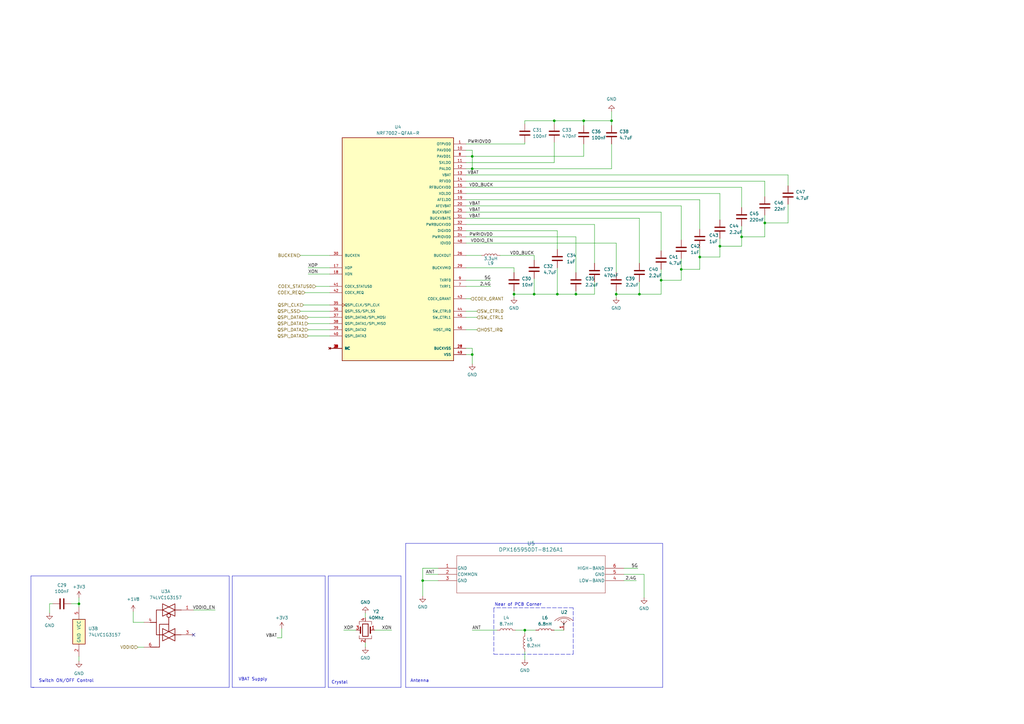
<source format=kicad_sch>
(kicad_sch (version 20230121) (generator eeschema)
  (paper "A3")
  (title_block (title "nRF7002 Schematic") (date "2024-06-07") (rev "v1.0.0") (comment 1 "Author Turgay HOPAL"))
  (lib_symbols
    (symbol "74xGxx:74LVC1G3157"
      (property "Reference" "U" (at 5.08 7.62 0))
      (property "Value" "74LVC1G3157" (at 10.16 -7.62 0))
      (symbol "74LVC1G3157_1_1"
        (polyline (pts (xy -7.62 -10.16) (xy -5.08 -10.16)) (stroke (width 0.254)) (fill (type background)))
        (polyline (pts (xy -7.62 0) (xy -5.08 0)) (stroke (width 0.254)) (fill (type background)))
        (polyline (pts (xy 0 -3.81) (xy 0 2.032)) (stroke (width 0.254)))
        (polyline (pts (xy 5.08 -5.08) (xy 2.54 -5.08)) (stroke (width 0.254)) (fill (type background)))
        (polyline (pts (xy 5.08 5.08) (xy 2.54 5.08)) (stroke (width 0.254)) (fill (type background)))
        (polyline (pts (xy -2.54 -5.08) (xy 0 -6.35) (xy -2.54 -7.62) (xy -2.54 -5.08)) (stroke (width 0.254)))
        (polyline (pts (xy -2.54 -2.54) (xy -2.54 -5.08) (xy 0 -3.81) (xy -2.54 -2.54)) (stroke (width 0.254)))
        (polyline (pts (xy -2.54 5.08) (xy 0 3.81) (xy -2.54 2.54) (xy -2.54 5.08)) (stroke (width 0.254)))
        (polyline (pts (xy -2.54 7.62) (xy 0 6.35) (xy -2.54 5.08) (xy -2.54 7.62)) (stroke (width 0.254)))
        (polyline (pts (xy 0 -0.762) (xy -3.81 -0.762) (xy -3.81 -10.16) (xy -5.08 -10.16)) (stroke (width 0.254)))
        (polyline (pts (xy 2.54 -5.08) (xy 0 -6.35) (xy 2.54 -7.62) (xy 2.54 -5.08)) (stroke (width 0.254)))
        (polyline (pts (xy 2.54 -2.54) (xy 2.54 -5.08) (xy 0 -3.81) (xy 2.54 -2.54)) (stroke (width 0.254)))
        (polyline (pts (xy 2.54 5.08) (xy 2.54 2.54) (xy 0 3.81) (xy 2.54 5.08)) (stroke (width 0.254)))
        (polyline (pts (xy 2.54 5.08) (xy 2.54 7.62) (xy 0 6.35) (xy 2.54 5.08)) (stroke (width 0.254)))
        (polyline (pts (xy -2.54 5.08) (xy -5.08 5.08) (xy -5.08 0) (xy -5.08 -5.08) (xy -2.54 -5.08)) (stroke (width 0.254)))
        (circle (center 0 2.794) (radius 0.762) (stroke (width 0.254)))
        (pin bidirectional line (at 10.16 5.08 180) (length 5.08) (name "~") (number "1"))
        (pin bidirectional line (at 10.16 -5.08 180) (length 5.08) (name "~") (number "3"))
        (pin bidirectional line (at -10.16 0 0) (length 5.08) (name "~") (number "4"))
        (pin input line (at -10.16 -10.16 0) (length 5.08) (name "~") (number "6"))
      )
      (symbol "74LVC1G3157_2_1"
        (rectangle (start -2.54 5.08) (end 2.54 -5.08) (stroke (width 0.254)) (fill (type background)))
        (pin power_in line (at 0 -10.16 90) (length 5.08) (name "GND") (number "2"))
        (pin power_in line (at 0 10.16 270) (length 5.08) (name "VCC") (number "5"))
      )
    )
    (symbol "DPX165950DT-8126A1:DPX165950DT-8126A1" (pin_names (offset 0.254))
      (property "Reference" "U" (at 38.1 10.16 0))
      (property "Value" "DPX165950DT-8126A1" (at 38.1 7.62 0))
      (symbol "DPX165950DT-8126A1_0_1"
        (polyline (pts (xy 7.62 -10.16) (xy 68.58 -10.16)) (stroke (width 0.127)))
        (polyline (pts (xy 7.62 5.08) (xy 7.62 -10.16)) (stroke (width 0.127)))
        (polyline (pts (xy 68.58 -10.16) (xy 68.58 5.08)) (stroke (width 0.127)))
        (polyline (pts (xy 68.58 5.08) (xy 7.62 5.08)) (stroke (width 0.127)))
        (pin power_in line (at 0 0 0) (length 7.62) (name "GND") (number "1"))
        (pin unspecified line (at 0 -2.54 0) (length 7.62) (name "COMMON") (number "2"))
        (pin power_in line (at 0 -5.08 0) (length 7.62) (name "GND") (number "3"))
        (pin unspecified line (at 76.2 -5.08 180) (length 7.62) (name "LOW-BAND") (number "4"))
        (pin power_in line (at 76.2 -2.54 180) (length 7.62) (name "GND") (number "5"))
        (pin unspecified line (at 76.2 0 180) (length 7.62) (name "HIGH-BAND") (number "6"))
      )
    )
    (symbol "Device:C" (pin_numbers hide) (pin_names (offset 0.254))
      (property "Reference" "C" (at 0.635 2.54 0))
      (property "Value" "C" (at 0.635 -2.54 0))
      (symbol "C_0_1"
        (polyline (pts (xy -2.032 -0.762) (xy 2.032 -0.762)) (stroke (width 0.508)))
        (polyline (pts (xy -2.032 0.762) (xy 2.032 0.762)) (stroke (width 0.508)))
      )
      (symbol "C_1_1"
        (pin passive line (at 0 3.81 270) (length 2.794) (name "~") (number "1"))
        (pin passive line (at 0 -3.81 90) (length 2.794) (name "~") (number "2"))
      )
    )
    (symbol "Device:Crystal_GND24" (pin_names (offset 1.016) hide)
      (property "Reference" "Y" (at 3.175 5.08 0))
      (property "Value" "Crystal_GND24" (at 3.175 3.175 0))
      (symbol "Crystal_GND24_0_1"
        (rectangle (start -1.143 2.54) (end 1.143 -2.54) (stroke (width 0.3048)))
        (polyline (pts (xy -2.54 0) (xy -2.032 0)))
        (polyline (pts (xy -2.032 -1.27) (xy -2.032 1.27)) (stroke (width 0.508)))
        (polyline (pts (xy 0 -3.81) (xy 0 -3.556)))
        (polyline (pts (xy 0 3.556) (xy 0 3.81)))
        (polyline (pts (xy 2.032 -1.27) (xy 2.032 1.27)) (stroke (width 0.508)))
        (polyline (pts (xy 2.032 0) (xy 2.54 0)))
        (polyline (pts (xy -2.54 -2.286) (xy -2.54 -3.556) (xy 2.54 -3.556) (xy 2.54 -2.286)))
        (polyline (pts (xy -2.54 2.286) (xy -2.54 3.556) (xy 2.54 3.556) (xy 2.54 2.286)))
      )
      (symbol "Crystal_GND24_1_1"
        (pin passive line (at -3.81 0 0) (length 1.27) (name "1") (number "1"))
        (pin passive line (at 0 5.08 270) (length 1.27) (name "2") (number "2"))
        (pin passive line (at 3.81 0 180) (length 1.27) (name "3") (number "3"))
        (pin passive line (at 0 -5.08 90) (length 1.27) (name "4") (number "4"))
      )
    )
    (symbol "Device:L" (pin_numbers hide) (pin_names (offset 1.016) hide)
      (property "Reference" "L" (at -1.27 0 90))
      (property "Value" "L" (at 1.905 0 90))
      (symbol "L_0_1"
        (arc (start 0 -2.54) (mid 0.6323 -1.905) (end 0 -1.27))
        (arc (start 0 -1.27) (mid 0.6323 -0.635) (end 0 0))
        (arc (start 0 0) (mid 0.6323 0.635) (end 0 1.27))
        (arc (start 0 1.27) (mid 0.6323 1.905) (end 0 2.54))
      )
      (symbol "L_1_1"
        (pin passive line (at 0 3.81 270) (length 1.27) (name "1") (number "1"))
        (pin passive line (at 0 -3.81 90) (length 1.27) (name "2") (number "2"))
      )
    )
    (symbol "NRF7002-QFAA-R:NRF7002-QFAA-R" (pin_names (offset 1.016))
      (property "Reference" "U" (at -22.86 46.482 0))
      (property "Value" "NRF7002-QFAA-R" (at -22.86 -48.26 0))
      (symbol "NRF7002-QFAA-R_0_0"
        (rectangle (start -22.86 -45.72) (end 22.86 45.72) (stroke (width 0.254)) (fill (type background)))
        (pin power_in line (at 27.94 43.18 180) (length 5.08) (name "OTPVDD") (number "1"))
        (pin power_in line (at 27.94 40.64 180) (length 5.08) (name "PAVDD0") (number "10"))
        (pin power_in line (at 27.94 35.56 180) (length 5.08) (name "SXLDO") (number "11"))
        (pin power_in line (at 27.94 33.02 180) (length 5.08) (name "PALDO") (number "12"))
        (pin power_in line (at 27.94 30.48 180) (length 5.08) (name "VBAT") (number "13"))
        (pin power_in line (at 27.94 27.94 180) (length 5.08) (name "RFVDD") (number "14"))
        (pin power_in line (at 27.94 25.4 180) (length 5.08) (name "RFBUCKVDD") (number "15"))
        (pin power_in line (at 27.94 22.86 180) (length 5.08) (name "XOLDO") (number "16"))
        (pin input line (at -27.94 -7.62 0) (length 5.08) (name "XOP") (number "17"))
        (pin input line (at -27.94 -10.16 0) (length 5.08) (name "XON") (number "18"))
        (pin power_in line (at 27.94 20.32 180) (length 5.08) (name "AFELDO") (number "19"))
        (pin no_connect line (at -27.94 -40.64 0) (length 5.08) (name "NC") (number "2"))
        (pin power_in line (at 27.94 17.78 180) (length 5.08) (name "AFEVBAT") (number "20"))
        (pin no_connect line (at -27.94 -40.64 0) (length 5.08) (name "NC") (number "21"))
        (pin no_connect line (at -27.94 -40.64 0) (length 5.08) (name "NC") (number "22"))
        (pin no_connect line (at -27.94 -40.64 0) (length 5.08) (name "NC") (number "23"))
        (pin no_connect line (at -27.94 -40.64 0) (length 5.08) (name "NC") (number "24"))
        (pin power_in line (at 27.94 15.24 180) (length 5.08) (name "BUCKVBAT") (number "25"))
        (pin output line (at 27.94 -2.54 180) (length 5.08) (name "BUCKOUT") (number "26"))
        (pin power_in line (at 27.94 -40.64 180) (length 5.08) (name "BUCKVSS") (number "27"))
        (pin power_in line (at 27.94 -40.64 180) (length 5.08) (name "BUCKVSS") (number "28"))
        (pin bidirectional line (at 27.94 -7.62 180) (length 5.08) (name "BUCKVMID") (number "29"))
        (pin no_connect line (at -27.94 -40.64 0) (length 5.08) (name "NC") (number "3"))
        (pin input line (at -27.94 -2.54 0) (length 5.08) (name "BUCKEN") (number "30"))
        (pin power_in line (at 27.94 12.7 180) (length 5.08) (name "BUCKVBATS") (number "31"))
        (pin power_in line (at 27.94 10.16 180) (length 5.08) (name "PWRBUCKVDD") (number "32"))
        (pin power_in line (at 27.94 7.62 180) (length 5.08) (name "DIGVDD") (number "33"))
        (pin power_in line (at 27.94 5.08 180) (length 5.08) (name "PWRIOVDD") (number "34"))
        (pin input clock (at -27.94 -22.86 0) (length 5.08) (name "QSPI_CLK/SPI_CLK") (number "35"))
        (pin input line (at -27.94 -25.4 0) (length 5.08) (name "QSPI_SS/SPI_SS") (number "36"))
        (pin bidirectional line (at -27.94 -27.94 0) (length 5.08) (name "QSPI_DATA0/SPI_MOSI") (number "37"))
        (pin bidirectional line (at -27.94 -30.48 0) (length 5.08) (name "QSPI_DATA1/SPI_MISO") (number "38"))
        (pin bidirectional line (at -27.94 -33.02 0) (length 5.08) (name "QSPI_DATA2") (number "39"))
        (pin no_connect line (at -27.94 -40.64 0) (length 5.08) (name "NC") (number "4"))
        (pin bidirectional line (at -27.94 -35.56 0) (length 5.08) (name "QSPI_DATA3") (number "40"))
        (pin input line (at -27.94 -15.24 0) (length 5.08) (name "COEX_STATUS0") (number "41"))
        (pin input line (at -27.94 -17.78 0) (length 5.08) (name "COEX_REQ") (number "42"))
        (pin output line (at 27.94 -20.32 180) (length 5.08) (name "COEX_GRANT") (number "43"))
        (pin output line (at 27.94 -25.4 180) (length 5.08) (name "SW_CTRL0") (number "44"))
        (pin bidirectional line (at 27.94 -27.94 180) (length 5.08) (name "SW_CTRL1") (number "45"))
        (pin output line (at 27.94 -33.02 180) (length 5.08) (name "HOST_IRQ") (number "46"))
        (pin power_in line (at 27.94 -43.18 180) (length 5.08) (name "VSS") (number "47"))
        (pin power_in line (at 27.94 2.54 180) (length 5.08) (name "IOVDD") (number "48"))
        (pin power_in line (at 27.94 -43.18 180) (length 5.08) (name "VSS") (number "49"))
        (pin no_connect line (at -27.94 -40.64 0) (length 5.08) (name "NC") (number "5"))
        (pin no_connect line (at -27.94 -40.64 0) (length 5.08) (name "NC") (number "6"))
        (pin bidirectional line (at 27.94 -15.24 180) (length 5.08) (name "TXRF1") (number "7"))
        (pin power_in line (at 27.94 38.1 180) (length 5.08) (name "PAVDD1") (number "8"))
        (pin bidirectional line (at 27.94 -12.7 180) (length 5.08) (name "TXRF0") (number "9"))
      )
    )
    (symbol "nn02-101:RF-Ant"
      (property "Reference" "U" (at 0 5.08 0))
      (symbol "RF-Ant_0_1"
        (polyline (pts (xy 0 0) (xy -1.27 1.27)))
        (polyline (pts (xy 0 0) (xy 0 0)))
        (polyline (pts (xy 0 0) (xy 0 1.27)))
        (polyline (pts (xy 0 0) (xy 1.27 1.27)))
        (arc (start 2.54 1.27) (mid 0 2.3221) (end -2.54 1.27))
        (arc (start 3.81 1.27) (mid 0 2.8481) (end -3.81 1.27))
      )
      (symbol "RF-Ant_1_1"
        (pin input line (at 0 -2.54 90) (length 2.54) (name "") (number "1"))
        (pin input line (at 5.08 -1.27 180) (length 5.08) hide (name "") (number "2"))
      )
    )
    (symbol "power:+1V8" (power) (pin_names (offset 0))
      (property "Value" "+1V8" (at 0 3.556 0))
      (symbol "+1V8_0_1"
        (polyline (pts (xy -0.762 1.27) (xy 0 2.54)))
        (polyline (pts (xy 0 0) (xy 0 2.54)))
        (polyline (pts (xy 0 2.54) (xy 0.762 1.27)))
      )
      (symbol "+1V8_1_1"
        (pin power_in line (at 0 0 90) (length 0) hide (name "+1V8") (number "1"))
      )
    )
    (symbol "power:+3V3" (power) (pin_names (offset 0))
      (property "Value" "+3V3" (at 0 3.556 0))
      (symbol "+3V3_0_1"
        (polyline (pts (xy -0.762 1.27) (xy 0 2.54)))
        (polyline (pts (xy 0 0) (xy 0 2.54)))
        (polyline (pts (xy 0 2.54) (xy 0.762 1.27)))
      )
      (symbol "+3V3_1_1"
        (pin power_in line (at 0 0 90) (length 0) hide (name "+3V3") (number "1"))
      )
    )
    (symbol "power:GND" (power) (pin_names (offset 0))
      (property "Value" "GND" (at 0 -3.81 0))
      (symbol "GND_0_1"
        (polyline (pts (xy 0 0) (xy 0 -1.27) (xy 1.27 -1.27) (xy 0 -2.54) (xy -1.27 -1.27) (xy 0 -1.27)))
      )
      (symbol "GND_1_1"
        (pin power_in line (at 0 0 270) (length 0) hide (name "GND") (number "1"))
      )
    )
  )
  (junction (at 32.385 247.65))
  (junction (at 210.82 120.65))
  (junction (at 250.825 49.53))
  (junction (at 227.33 49.53))
  (junction (at 236.22 120.65))
  (junction (at 295.275 100.965))
  (junction (at 279.4 110.49))
  (junction (at 252.73 120.65))
  (junction (at 313.69 91.44))
  (junction (at 262.255 120.65))
  (junction (at 193.675 145.415))
  (junction (at 193.675 64.135))
  (junction (at 228.6 120.65))
  (junction (at 304.165 97.155))
  (junction (at 173.355 238.125))
  (junction (at 271.145 114.935))
  (junction (at 239.395 49.53))
  (junction (at 193.675 69.215))
  (junction (at 215.265 258.445))
  (junction (at 219.075 120.65))
  (junction (at 287.02 105.41))
  (no_connect (at 79.375 260.35))
  (wire (pts (xy 191.135 94.615) (xy 228.6 94.615)))
  (polyline (pts (xy 235.077 249.301) (xy 202.565 249.301)) (stroke (width 0) (type dash)))
  (wire (pts (xy 252.73 99.695) (xy 252.73 111.76)))
  (wire (pts (xy 264.16 235.585) (xy 264.16 245.11)))
  (wire (pts (xy 250.825 49.53) (xy 250.825 51.435)))
  (wire (pts (xy 191.135 69.215) (xy 193.675 69.215)))
  (wire (pts (xy 279.4 84.455) (xy 279.4 98.425)))
  (wire (pts (xy 191.135 59.055) (xy 215.265 59.055)))
  (wire (pts (xy 210.82 119.38) (xy 210.82 120.65)))
  (wire (pts (xy 287.02 105.41) (xy 287.02 110.49)))
  (wire (pts (xy 313.69 74.295) (xy 313.69 80.645)))
  (wire (pts (xy 227.33 258.445) (xy 231.267 258.445)))
  (wire (pts (xy 174.625 235.585) (xy 179.705 235.585)))
  (wire (pts (xy 191.135 81.915) (xy 287.02 81.915)))
  (wire (pts (xy 115.57 257.81) (xy 115.57 261.62)))
  (polyline (pts (xy 12.7 236.22) (xy 93.98 236.22)))
  (wire (pts (xy 304.165 100.965) (xy 295.275 100.965)))
  (wire (pts (xy 123.19 104.775) (xy 135.255 104.775)))
  (wire (pts (xy 191.135 145.415) (xy 193.675 145.415)))
  (wire (pts (xy 125.095 120.015) (xy 135.255 120.015)))
  (wire (pts (xy 173.355 238.125) (xy 179.705 238.125)))
  (polyline (pts (xy 202.565 249.555) (xy 202.565 268.351)) (stroke (width 0) (type dash)))
  (wire (pts (xy 228.6 94.615) (xy 228.6 102.235)))
  (polyline (pts (xy 95.25 281.94) (xy 133.35 281.94)))
  (wire (pts (xy 191.135 109.855) (xy 210.82 109.855)))
  (wire (pts (xy 191.135 142.875) (xy 193.675 142.875)))
  (wire (pts (xy 215.265 258.445) (xy 215.265 259.715)))
  (wire (pts (xy 56.515 265.43) (xy 59.055 265.43)))
  (wire (pts (xy 228.6 109.855) (xy 228.6 120.65)))
  (wire (pts (xy 313.69 88.265) (xy 313.69 91.44)))
  (wire (pts (xy 323.215 71.755) (xy 323.215 76.2)))
  (wire (pts (xy 32.385 245.11) (xy 32.385 247.65)))
  (wire (pts (xy 149.86 251.46) (xy 149.86 253.365)))
  (wire (pts (xy 215.265 59.055) (xy 215.265 58.42)))
  (wire (pts (xy 252.73 120.65) (xy 252.73 121.92)))
  (wire (pts (xy 54.61 255.27) (xy 59.055 255.27)))
  (wire (pts (xy 313.69 97.155) (xy 304.165 97.155)))
  (polyline (pts (xy 12.7 281.94) (xy 13.335 281.94)))
  (wire (pts (xy 219.075 120.65) (xy 228.6 120.65)))
  (polyline (pts (xy 134.62 281.94) (xy 164.465 281.94)))
  (wire (pts (xy 195.58 130.175) (xy 191.135 130.175)))
  (wire (pts (xy 323.215 83.82) (xy 323.215 91.44)))
  (wire (pts (xy 287.02 110.49) (xy 279.4 110.49)))
  (wire (pts (xy 250.825 69.215) (xy 250.825 59.055)))
  (wire (pts (xy 126.365 137.795) (xy 135.255 137.795)))
  (wire (pts (xy 271.145 86.995) (xy 271.145 102.87)))
  (wire (pts (xy 123.19 127.635) (xy 135.255 127.635)))
  (wire (pts (xy 304.165 92.71) (xy 304.165 97.155)))
  (wire (pts (xy 193.675 64.135) (xy 239.395 64.135)))
  (wire (pts (xy 255.905 235.585) (xy 264.16 235.585)))
  (wire (pts (xy 191.135 97.155) (xy 236.22 97.155)))
  (wire (pts (xy 271.145 114.935) (xy 271.145 120.65)))
  (polyline (pts (xy 202.565 249.301) (xy 202.565 249.555)))
  (wire (pts (xy 262.255 120.65) (xy 271.145 120.65)))
  (wire (pts (xy 201.295 114.935) (xy 191.135 114.935)))
  (wire (pts (xy 271.145 110.49) (xy 271.145 114.935)))
  (wire (pts (xy 20.32 247.65) (xy 21.59 247.65)))
  (wire (pts (xy 173.355 233.045) (xy 173.355 238.125)))
  (polyline (pts (xy 271.78 281.94) (xy 271.78 222.885)))
  (polyline (pts (xy 164.465 281.94) (xy 164.465 236.22)))
  (wire (pts (xy 193.675 69.215) (xy 250.825 69.215)))
  (wire (pts (xy 262.255 115.57) (xy 262.255 120.65)))
  (wire (pts (xy 239.395 49.53) (xy 250.825 49.53)))
  (wire (pts (xy 271.145 114.935) (xy 279.4 114.935)))
  (wire (pts (xy 279.4 106.045) (xy 279.4 110.49)))
  (wire (pts (xy 236.22 97.155) (xy 236.22 111.76)))
  (wire (pts (xy 191.135 76.835) (xy 304.165 76.835)))
  (wire (pts (xy 243.84 92.075) (xy 243.84 107.95)))
  (wire (pts (xy 54.61 250.825) (xy 54.61 255.27)))
  (wire (pts (xy 304.165 97.155) (xy 304.165 100.965)))
  (wire (pts (xy 193.04 122.555) (xy 191.135 122.555)))
  (wire (pts (xy 252.73 120.65) (xy 262.255 120.65)))
  (wire (pts (xy 260.985 238.125) (xy 255.905 238.125)))
  (polyline (pts (xy 12.7 236.22) (xy 12.7 281.94)))
  (wire (pts (xy 287.02 81.915) (xy 287.02 93.98)))
  (wire (pts (xy 191.135 89.535) (xy 262.255 89.535)))
  (wire (pts (xy 193.675 61.595) (xy 193.675 64.135)))
  (wire (pts (xy 32.385 269.24) (xy 32.385 271.145)))
  (wire (pts (xy 149.86 263.525) (xy 149.86 265.43)))
  (wire (pts (xy 191.135 74.295) (xy 313.69 74.295)))
  (wire (pts (xy 219.075 104.775) (xy 219.075 106.68)))
  (wire (pts (xy 126.365 112.395) (xy 135.255 112.395)))
  (wire (pts (xy 191.135 71.755) (xy 323.215 71.755)))
  (wire (pts (xy 239.395 49.53) (xy 239.395 51.435)))
  (polyline (pts (xy 202.565 268.351) (xy 235.077 268.351)) (stroke (width 0) (type dash)))
  (wire (pts (xy 215.265 267.335) (xy 215.265 270.51)))
  (polyline (pts (xy 166.37 222.885) (xy 271.78 222.885)))
  (polyline (pts (xy 133.35 281.94) (xy 133.35 236.22)))
  (wire (pts (xy 129.54 117.475) (xy 135.255 117.475)))
  (polyline (pts (xy 13.335 281.94) (xy 93.98 281.94)))
  (wire (pts (xy 124.46 125.095) (xy 135.255 125.095)))
  (wire (pts (xy 179.705 233.045) (xy 173.355 233.045)))
  (wire (pts (xy 295.275 97.79) (xy 295.275 100.965)))
  (wire (pts (xy 193.675 145.415) (xy 193.675 149.225)))
  (wire (pts (xy 219.075 114.3) (xy 219.075 120.65)))
  (wire (pts (xy 193.675 258.445) (xy 203.835 258.445)))
  (polyline (pts (xy 13.335 281.94) (xy 13.97 281.94)))
  (wire (pts (xy 250.825 45.72) (xy 250.825 49.53)))
  (wire (pts (xy 173.355 238.125) (xy 173.355 244.475)))
  (wire (pts (xy 201.295 117.475) (xy 191.135 117.475)))
  (wire (pts (xy 126.365 109.855) (xy 135.255 109.855)))
  (wire (pts (xy 236.22 120.65) (xy 243.84 120.65)))
  (wire (pts (xy 195.58 127.635) (xy 191.135 127.635)))
  (wire (pts (xy 261.62 233.045) (xy 255.905 233.045)))
  (wire (pts (xy 210.82 120.65) (xy 210.82 121.92)))
  (wire (pts (xy 228.6 120.65) (xy 236.22 120.65)))
  (wire (pts (xy 193.675 142.875) (xy 193.675 145.415)))
  (wire (pts (xy 126.365 135.255) (xy 135.255 135.255)))
  (wire (pts (xy 160.655 258.445) (xy 153.67 258.445)))
  (wire (pts (xy 191.135 84.455) (xy 279.4 84.455)))
  (polyline (pts (xy 134.62 236.22) (xy 164.465 236.22)))
  (wire (pts (xy 227.33 50.8) (xy 227.33 49.53)))
  (wire (pts (xy 29.21 247.65) (xy 32.385 247.65)))
  (wire (pts (xy 227.33 66.675) (xy 227.33 58.42)))
  (wire (pts (xy 205.105 104.775) (xy 219.075 104.775)))
  (wire (pts (xy 193.675 64.135) (xy 193.675 69.215)))
  (wire (pts (xy 252.73 119.38) (xy 252.73 120.65)))
  (wire (pts (xy 215.265 50.8) (xy 215.265 49.53)))
  (wire (pts (xy 20.32 251.46) (xy 20.32 247.65)))
  (wire (pts (xy 313.69 91.44) (xy 313.69 97.155)))
  (wire (pts (xy 304.165 76.835) (xy 304.165 85.09)))
  (wire (pts (xy 215.265 49.53) (xy 227.33 49.53)))
  (wire (pts (xy 323.215 91.44) (xy 313.69 91.44)))
  (wire (pts (xy 210.82 109.855) (xy 210.82 111.76)))
  (wire (pts (xy 227.33 49.53) (xy 239.395 49.53)))
  (polyline (pts (xy 95.25 236.22) (xy 95.25 281.94)))
  (wire (pts (xy 211.455 258.445) (xy 215.265 258.445)))
  (wire (pts (xy 195.58 135.255) (xy 191.135 135.255)))
  (wire (pts (xy 32.385 247.65) (xy 32.385 248.92)))
  (wire (pts (xy 239.395 64.135) (xy 239.395 59.055)))
  (wire (pts (xy 295.275 105.41) (xy 287.02 105.41)))
  (wire (pts (xy 287.02 101.6) (xy 287.02 105.41)))
  (wire (pts (xy 191.135 86.995) (xy 271.145 86.995)))
  (polyline (pts (xy 93.98 281.94) (xy 93.98 236.22)))
  (wire (pts (xy 191.135 66.675) (xy 227.33 66.675)))
  (wire (pts (xy 210.82 120.65) (xy 219.075 120.65)))
  (wire (pts (xy 115.57 261.62) (xy 113.665 261.62)))
  (polyline (pts (xy 166.37 222.885) (xy 166.37 281.94)))
  (wire (pts (xy 191.135 104.775) (xy 197.485 104.775)))
  (wire (pts (xy 191.135 99.695) (xy 252.73 99.695)))
  (wire (pts (xy 88.265 250.19) (xy 79.375 250.19)))
  (wire (pts (xy 191.135 79.375) (xy 295.275 79.375)))
  (wire (pts (xy 191.135 64.135) (xy 193.675 64.135)))
  (polyline (pts (xy 134.62 236.22) (xy 134.62 281.94)))
  (wire (pts (xy 279.4 114.935) (xy 279.4 110.49)))
  (wire (pts (xy 140.97 258.445) (xy 146.05 258.445)))
  (polyline (pts (xy 166.37 281.94) (xy 271.78 281.94)))
  (wire (pts (xy 126.365 130.175) (xy 135.255 130.175)))
  (wire (pts (xy 236.22 119.38) (xy 236.22 120.65)))
  (polyline (pts (xy 95.25 236.22) (xy 133.35 236.22)))
  (wire (pts (xy 262.255 89.535) (xy 262.255 107.95)))
  (wire (pts (xy 126.365 132.715) (xy 135.255 132.715)))
  (wire (pts (xy 295.275 79.375) (xy 295.275 90.17)))
  (polyline (pts (xy 235.077 268.351) (xy 235.077 249.301)) (stroke (width 0) (type dash)))
  (wire (pts (xy 191.135 61.595) (xy 193.675 61.595)))
  (wire (pts (xy 295.275 100.965) (xy 295.275 105.41)))
  (wire (pts (xy 191.135 92.075) (xy 243.84 92.075)))
  (wire (pts (xy 243.84 120.65) (xy 243.84 115.57)))
  (wire (pts (xy 215.265 258.445) (xy 219.71 258.445)))
  (text "Antenna" (at 168.275 280.035 0) (effects (font (size 1.27 1.27)) (justify left bottom)))
  (text "Crystal\n" (at 135.89 280.67 0) (effects (font (size 1.27 1.27)) (justify left bottom)))
  (text "VBAT Supply" (at 97.79 279.4 0) (effects (font (size 1.27 1.27)) (justify left bottom)))
  (text "Near of PCB Corner" (at 202.819 248.793 0) (effects (font (size 1.27 1.27)) (justify left bottom)))
  (text "Switch ON/OFF Control" (at 15.875 280.035 0) (effects (font (size 1.27 1.27)) (justify left bottom)))
  (label "ANT" (at 193.675 258.445 0))
  (label "VDD_BUCK" (at 219.075 104.775 180))
  (label "XOP" (at 126.365 109.855 0))
  (label "PWRIOVDD" (at 191.77 59.055 0))
  (label "XOP" (at 140.97 258.445 0))
  (label "VDDIO_EN" (at 193.04 99.695 0))
  (label "VDDIO_EN" (at 88.265 250.19 180))
  (label "VDD_BUCK" (at 192.405 76.835 0))
  (label "2.4G" (at 201.295 117.475 180))
  (label "VBAT" (at 191.77 71.755 0))
  (label "VBAT" (at 192.405 86.995 0))
  (label "5G" (at 261.62 233.045 180))
  (label "VBAT" (at 192.405 89.535 0))
  (label "ANT" (at 174.625 235.585 0))
  (label "XON" (at 126.365 112.395 0))
  (label "VBAT" (at 192.405 84.455 0))
  (label "2.4G" (at 260.985 238.125 180))
  (label "PWRIOVDD" (at 192.405 97.155 0))
  (label "5G" (at 201.295 114.935 180))
  (label "XON" (at 160.655 258.445 180))
  (label "VBAT" (at 113.665 261.62 180))
  (hierarchical_label "COEX_REQ" (shape input) (at 125.095 120.015 180))
  (hierarchical_label "COEX_STATUS0" (shape input) (at 129.54 117.475 180))
  (hierarchical_label "QSPI_DATA3" (shape input) (at 126.365 137.795 180))
  (hierarchical_label "QSPI_DATA0" (shape input) (at 126.365 130.175 180))
  (hierarchical_label "QSPI_SS" (shape input) (at 123.19 127.635 180))
  (hierarchical_label "QSPI_DATA1" (shape input) (at 126.365 132.715 180))
  (hierarchical_label "QSPI_CLK" (shape input) (at 124.46 125.095 180))
  (hierarchical_label "SW_CTRL1" (shape input) (at 195.58 130.175 0))
  (hierarchical_label "BUCKEN" (shape input) (at 123.19 104.775 180))
  (hierarchical_label "QSPI_DATA2" (shape input) (at 126.365 135.255 180))
  (hierarchical_label "COEX_GRANT" (shape input) (at 193.04 122.555 0))
  (hierarchical_label "HOST_IRQ" (shape input) (at 195.58 135.255 0))
  (hierarchical_label "SW_CTRL0" (shape input) (at 195.58 127.635 0))
  (hierarchical_label "VDDIO" (shape input) (at 56.515 265.43 180))
  (symbol (lib_id "power:+3V3") (at 32.385 245.11 0) (unit 1)
    (property "Reference" "#PWR032" (effects hide))
    (property "Value" "+3V3" (at 32.385 240.665 0))
  )
  (symbol (lib_id "Device:L") (at 223.52 258.445 90) (unit 1)
    (property "Reference" "L6" (at 223.52 253.365 90))
    (property "Value" "6.8nH" (at 223.52 255.905 90))
    (property "Footprint" "Inductor_SMD:L_0805_2012Metric" (effects hide))
    (instances (project "DualWatch" (path "" (reference "L6") (unit 1)) (path "" (reference "L12") (unit 1))))
  )
  (symbol (lib_id "power:+3V3") (at 115.57 257.81 0) (unit 1)
    (property "Reference" "#PWR035" (effects hide))
    (property "Value" "+3V3" (at 115.57 253.365 0))
  )
  (symbol (lib_id "Device:C") (at 228.6 106.045 0) (unit 1)
    (property "Reference" "C34" (at 232.41 104.775 0) (effects (justify left)))
    (property "Value" "1uF" (at 232.41 107.315 0) (effects (justify left)))
    (property "Footprint" "Capacitor_SMD:C_0402_1005Metric" (effects hide))
  )
  (symbol (lib_id "power:GND") (at 193.675 149.225 0) (unit 1)
    (property "Reference" "#PWR039" (effects hide))
    (property "Value" "GND" (at 193.675 153.67 0))
  )
  (symbol (lib_id "power:GND") (at 173.355 244.475 0) (unit 1)
    (property "Reference" "#PWR038" (effects hide))
    (property "Value" "GND" (at 173.355 248.92 0))
  )
  (symbol (lib_id "Device:C") (at 210.82 115.57 0) (unit 1)
    (property "Reference" "C30" (at 213.995 114.3 0) (effects (justify left)))
    (property "Value" "10nF" (at 213.995 116.84 0) (effects (justify left)))
    (property "Footprint" "Capacitor_SMD:C_0603_1608Metric" (effects hide))
  )
  (symbol (lib_id "power:GND") (at 149.86 251.46 180) (unit 1)
    (property "Reference" "#PWR015" (effects hide))
    (property "Value" "GND" (at 149.86 247.015 0))
    (instances (project "DualWatch" (path "" (reference "#PWR015") (unit 1)) (path "" (reference "#PWR036") (unit 1))))
  )
  (symbol (lib_id "Device:C") (at 243.84 111.76 0) (unit 1)
    (property "Reference" "C37" (at 247.65 110.49 0) (effects (justify left)))
    (property "Value" "470nF" (at 247.65 113.03 0) (effects (justify left)))
    (property "Footprint" "Capacitor_SMD:C_0603_1608Metric" (effects hide))
  )
  (symbol (lib_id "Device:C") (at 279.4 102.235 0) (unit 1)
    (property "Reference" "C42" (at 283.21 100.965 0) (effects (justify left)))
    (property "Value" "1uF" (at 283.21 103.505 0) (effects (justify left)))
    (property "Footprint" "Capacitor_SMD:C_0603_1608Metric" (effects hide))
  )
  (symbol (lib_id "Device:C") (at 252.73 115.57 0) (unit 1)
    (property "Reference" "C39" (at 256.54 114.3 0) (effects (justify left)))
    (property "Value" "2.2uF" (at 256.54 116.84 0) (effects (justify left)))
    (property "Footprint" "Capacitor_SMD:C_0603_1608Metric" (effects hide))
  )
  (symbol (lib_id "Device:L") (at 201.295 104.775 90) (unit 1)
    (property "Reference" "L9" (at 201.295 107.95 90))
    (property "Value" "3.3uH" (at 201.295 106.045 90))
    (property "Footprint" "Inductor_SMD:L_0603_1608Metric" (effects hide))
  )
  (symbol (lib_id "Device:C") (at 287.02 97.79 0) (unit 1)
    (property "Reference" "C43" (at 290.83 96.52 0) (effects (justify left)))
    (property "Value" "1uF" (at 290.83 99.06 0) (effects (justify left)))
    (property "Footprint" "Capacitor_SMD:C_0402_1005Metric" (effects hide))
  )
  (symbol (lib_id "Device:C") (at 262.255 111.76 0) (unit 1)
    (property "Reference" "C40" (at 266.065 110.49 0) (effects (justify left)))
    (property "Value" "2.2uF" (at 266.065 113.03 0) (effects (justify left)))
    (property "Footprint" "Capacitor_SMD:C_0603_1608Metric" (effects hide))
  )
  (symbol (lib_id "power:GND") (at 149.86 265.43 0) (unit 1)
    (property "Reference" "#PWR016" (effects hide))
    (property "Value" "GND" (at 149.86 269.875 0))
    (instances (project "DualWatch" (path "" (reference "#PWR016") (unit 1)) (path "" (reference "#PWR037") (unit 1))))
  )
  (symbol (lib_id "Device:C") (at 227.33 54.61 0) (unit 1)
    (property "Reference" "C33" (at 230.505 53.34 0) (effects (justify left)))
    (property "Value" "470nF" (at 230.505 55.88 0) (effects (justify left)))
    (property "Footprint" "Capacitor_SMD:C_0603_1608Metric" (effects hide))
  )
  (symbol (lib_id "Device:C") (at 304.165 88.9 0) (unit 1)
    (property "Reference" "C45" (at 307.34 87.63 0) (effects (justify left)))
    (property "Value" "220nF" (at 307.34 90.17 0) (effects (justify left)))
    (property "Footprint" "Capacitor_SMD:C_0603_1608Metric" (effects hide))
  )
  (symbol (lib_id "power:GND") (at 20.32 251.46 0) (unit 1)
    (property "Reference" "#PWR031" (effects hide))
    (property "Value" "GND" (at 20.32 256.54 0))
  )
  (symbol (lib_id "power:GND") (at 32.385 271.145 0) (unit 1)
    (property "Reference" "#PWR033" (effects hide))
    (property "Value" "GND" (at 32.385 276.225 0))
  )
  (symbol (lib_id "power:GND") (at 264.16 245.11 0) (unit 1)
    (property "Reference" "#PWR044" (effects hide))
    (property "Value" "GND" (at 264.16 249.555 0))
  )
  (symbol (lib_id "Device:C") (at 239.395 55.245 0) (unit 1)
    (property "Reference" "C36" (at 242.57 53.975 0) (effects (justify left)))
    (property "Value" "100nF" (at 242.57 56.515 0) (effects (justify left)))
    (property "Footprint" "Capacitor_SMD:C_0603_1608Metric" (effects hide))
  )
  (symbol (lib_id "power:GND") (at 210.82 121.92 0) (unit 1)
    (property "Reference" "#PWR040" (effects hide))
    (property "Value" "GND" (at 210.82 126.365 0))
  )
  (symbol (lib_id "Device:C") (at 323.215 80.01 0) (unit 1)
    (property "Reference" "C47" (at 326.39 78.74 0) (effects (justify left)))
    (property "Value" "4.7uF" (at 326.39 81.28 0) (effects (justify left)))
    (property "Footprint" "Capacitor_SMD:C_0603_1608Metric" (effects hide))
  )
  (symbol (lib_id "Device:C") (at 219.075 110.49 0) (unit 1)
    (property "Reference" "C32" (at 222.885 109.22 0) (effects (justify left)))
    (property "Value" "4.7uF" (at 222.885 111.76 0) (effects (justify left)))
    (property "Footprint" "Capacitor_SMD:C_0603_1608Metric" (effects hide))
  )
  (symbol (lib_id "Device:C") (at 271.145 106.68 0) (unit 1)
    (property "Reference" "C41" (at 274.32 105.41 0) (effects (justify left)))
    (property "Value" "4.7uF" (at 274.32 107.95 0) (effects (justify left)))
    (property "Footprint" "Capacitor_SMD:C_0603_1608Metric" (effects hide))
  )
  (symbol (lib_id "Device:L") (at 215.265 263.525 180) (unit 1)
    (property "Reference" "L5" (at 216.027 262.255 0) (effects (justify right)))
    (property "Value" "8.2nH" (at 216.027 264.795 0) (effects (justify right)))
    (property "Footprint" "Inductor_SMD:L_0402_1005Metric" (effects hide))
    (instances (project "DualWatch" (path "" (reference "L5") (unit 1)) (path "" (reference "L11") (unit 1))))
  )
  (symbol (lib_id "Device:C") (at 250.825 55.245 0) (unit 1)
    (property "Reference" "C38" (at 254 53.975 0) (effects (justify left)))
    (property "Value" "4.7uF" (at 254 56.515 0) (effects (justify left)))
    (property "Footprint" "Capacitor_SMD:C_0603_1608Metric" (effects hide))
  )
  (symbol (lib_id "Device:C") (at 236.22 115.57 0) (unit 1)
    (property "Reference" "C35" (at 240.03 114.3 0) (effects (justify left)))
    (property "Value" "2.2uF" (at 240.03 116.84 0) (effects (justify left)))
    (property "Footprint" "Capacitor_SMD:C_0402_1005Metric" (effects hide))
  )
  (symbol (lib_id "power:GND") (at 252.73 121.92 0) (unit 1)
    (property "Reference" "#PWR043" (effects hide))
    (property "Value" "GND" (at 252.73 126.365 0))
  )
  (symbol (lib_id "74xGxx:74LVC1G3157") (at 69.215 255.27 0) (unit 1)
    (property "Reference" "U3" (at 67.945 242.57 0))
    (property "Value" "74LVC1G3157" (at 67.945 245.11 0))
    (property "Footprint" "Package_TO_SOT_SMD:SOT-23-6" (effects hide))
    (property "Datasheet" "http://www.ti.com/lit/sg/scyt129e/scyt129e.pdf" (effects hide))
  )
  (symbol (lib_id "Device:C") (at 25.4 247.65 90) (unit 1)
    (property "Reference" "C29" (at 25.4 240.03 90))
    (property "Value" "100nF" (at 25.4 242.57 90))
    (property "Footprint" "Capacitor_SMD:C_0402_1005Metric" (effects hide))
  )
  (symbol (lib_id "DPX165950DT-8126A1:DPX165950DT-8126A1") (at 179.705 233.045 0) (unit 1)
    (property "Reference" "U5" (at 217.805 222.885 0) (effects (font (size 1.524 1.524))))
    (property "Value" "DPX165950DT-8126A1" (at 217.805 225.425 0) (effects (font (size 1.524 1.524))))
    (property "Footprint" "Package_LGA:LGA-16_3x3mm_P0.5mm_LayoutBorder3x5y" (effects hide))
    (property "Datasheet" "DPX165950DT-8126A1" (effects hide))
  )
  (symbol (lib_id "Device:C") (at 295.275 93.98 0) (unit 1)
    (property "Reference" "C44" (at 299.085 92.71 0) (effects (justify left)))
    (property "Value" "2.2uF" (at 299.085 95.25 0) (effects (justify left)))
    (property "Footprint" "Capacitor_SMD:C_0402_1005Metric" (effects hide))
  )
  (symbol (lib_id "Device:Crystal_GND24") (at 149.86 258.445 180) (unit 1)
    (property "Reference" "Y2" (at 154.305 250.825 0))
    (property "Value" "40Mhz" (at 154.305 253.365 0))
    (property "Footprint" "Crystal:Crystal_SMD_3225-4Pin_3.2x2.5mm" (effects hide))
    (instances (project "DualWatch" (path "" (reference "Y2") (unit 1)) (path "" (reference "Y3") (unit 1))))
  )
  (symbol (lib_id "NRF7002-QFAA-R:NRF7002-QFAA-R") (at 163.195 102.235 0) (unit 1)
    (property "Reference" "U4" (at 163.195 52.07 0))
    (property "Value" "NRF7002-QFAA-R" (at 163.195 54.61 0))
    (property "Footprint" "Footprints:IC_NRF7002-QFAA-R" (effects hide))
    (property "MF" "Nordic Semiconductors" (effects hide))
    (property "MAXIMUM_PACKAGE_HEIGHT" "0.95mm" (effects hide))
    (property "Package" "None" (effects hide))
    (property "Price" "None" (effects hide))
    (property "Check_prices" "https://www.snapeda.com/parts/NRF7002-QFAA-R/Nordic+Semiconductor/view-part/?ref=eda" (effects hide))
    (property "STANDARD" "Manufacturer Recommendations" (effects hide))
    (property "PARTREV" "v1.0" (effects hide))
    (property "SnapEDA_Link" "https://www.snapeda.com/parts/NRF7002-QFAA-R/Nordic+Semiconductor/view-part/?ref=snap" (effects hide))
    (property "MP" "NRF7002-QFAA-R" (effects hide))
    (property "Purchase-URL" "https://www.snapeda.com/api/url_track_click_mouser/?unipart_id=12272088&manufacturer=Nordic Semiconductors&part_name=NRF7002-QFAA-R&search_term=None" (effects hide))
    (property "Description" "\nIC RF TxRx Only WiFi 802.11a/b/g/-c/ax, Bluetooth, GPS 2.4GHz, 5GHz 48-VFQFN Exposed Pad\n" (effects hide))
    (property "Availability" "In Stock" (effects hide))
    (property "MANUFACTURER" "Nordic Semiconductor" (effects hide))
  )
  (symbol (lib_id "nn02-101:RF-Ant") (at 231.267 255.905 0) (unit 1)
    (property "Reference" "U2" (at 229.997 251.079 0) (effects (justify left)))
    (property "Value" "~" (at 231.267 255.905 0))
    (property "Footprint" "nn02-101:NN02-101" (effects hide))
    (instances (project "DualWatch" (path "" (reference "U2") (unit 1)) (path "" (reference "U6") (unit 1))))
  )
  (symbol (lib_id "Device:L") (at 207.645 258.445 90) (unit 1)
    (property "Reference" "L4" (at 207.645 253.365 90))
    (property "Value" "8.7nH" (at 207.645 255.905 90))
    (property "Footprint" "Inductor_SMD:L_0603_1608Metric" (effects hide))
    (instances (project "DualWatch" (path "" (reference "L4") (unit 1)) (path "" (reference "L10") (unit 1))))
  )
  (symbol (lib_id "power:+1V8") (at 54.61 250.825 0) (unit 1)
    (property "Reference" "#PWR034" (effects hide))
    (property "Value" "+1V8" (at 54.61 245.745 0))
  )
  (symbol (lib_id "power:GND") (at 215.265 270.51 0) (unit 1)
    (property "Reference" "#PWR023" (effects hide))
    (property "Value" "GND" (at 215.265 274.955 0))
    (instances (project "DualWatch" (path "" (reference "#PWR023") (unit 1)) (path "" (reference "#PWR041") (unit 1))))
  )
  (symbol (lib_id "Device:C") (at 215.265 54.61 0) (unit 1)
    (property "Reference" "C31" (at 218.44 53.34 0) (effects (justify left)))
    (property "Value" "100nF" (at 218.44 55.88 0) (effects (justify left)))
    (property "Footprint" "Capacitor_SMD:C_0402_1005Metric" (effects hide))
  )
  (symbol (lib_id "power:GND") (at 250.825 45.72 180) (unit 1)
    (property "Reference" "#PWR042" (effects hide))
    (property "Value" "GND" (at 250.825 40.64 0))
  )
  (symbol (lib_id "Device:C") (at 313.69 84.455 0) (unit 1)
    (property "Reference" "C46" (at 317.5 83.185 0) (effects (justify left)))
    (property "Value" "22nF" (at 317.5 85.725 0) (effects (justify left)))
    (property "Footprint" "Capacitor_SMD:C_0603_1608Metric" (effects hide))
  )
  (symbol (lib_id "74xGxx:74LVC1G3157") (at 32.385 259.08 0) (unit 2)
    (property "Reference" "U3" (at 36.195 257.81 0) (effects (justify left)))
    (property "Value" "74LVC1G3157" (at 36.195 260.35 0) (effects (justify left)))
    (property "Footprint" "Package_TO_SOT_SMD:SOT-23-6" (effects hide))
    (property "Datasheet" "http://www.ti.com/lit/sg/scyt129e/scyt129e.pdf" (effects hide))
  )
)
</source>
